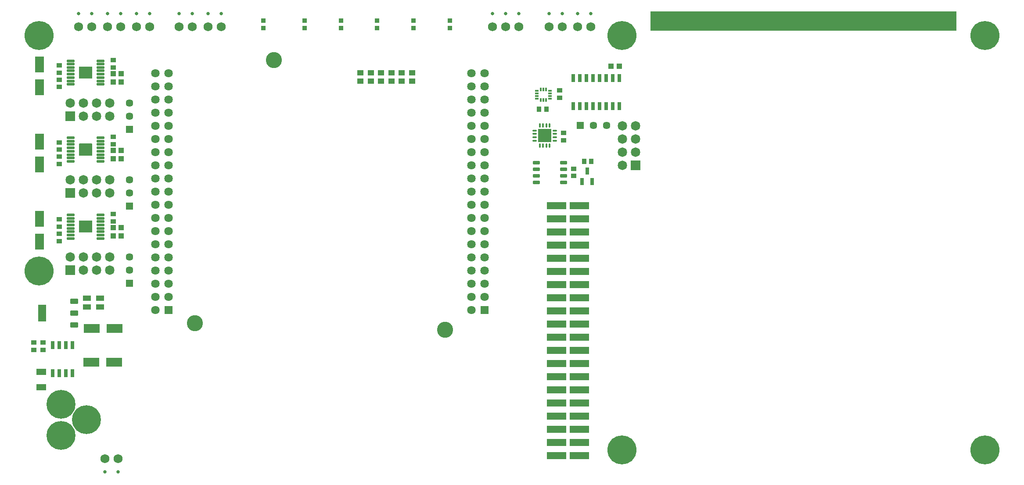
<source format=gts>
%FSTAX23Y23*%
%MOIN*%
%SFA1B1*%

%IPPOS*%
%AMD24*
4,1,8,-0.027600,-0.008900,0.027600,-0.008900,0.029500,-0.006900,0.029500,0.006900,0.027600,0.008900,-0.027600,0.008900,-0.029500,0.006900,-0.029500,-0.006900,-0.027600,-0.008900,0.0*
1,1,0.003900,-0.027600,-0.006900*
1,1,0.003900,0.027600,-0.006900*
1,1,0.003900,0.027600,0.006900*
1,1,0.003900,-0.027600,0.006900*
%
%AMD32*
4,1,8,0.009800,0.030500,-0.009800,0.030500,-0.013800,0.026500,-0.013800,-0.026500,-0.009800,-0.030500,0.009800,-0.030500,0.013800,-0.026500,0.013800,0.026500,0.009800,0.030500,0.0*
1,1,0.007960,0.009800,0.026500*
1,1,0.007960,-0.009800,0.026500*
1,1,0.007960,-0.009800,-0.026500*
1,1,0.007960,0.009800,-0.026500*
%
%AMD36*
4,1,8,-0.026600,0.008900,-0.026600,-0.008900,-0.022700,-0.012800,0.022700,-0.012800,0.026600,-0.008900,0.026600,0.008900,0.022700,0.012800,-0.022700,0.012800,-0.026600,0.008900,0.0*
1,1,0.007840,-0.022700,0.008900*
1,1,0.007840,-0.022700,-0.008900*
1,1,0.007840,0.022700,-0.008900*
1,1,0.007840,0.022700,0.008900*
%
%AMD38*
4,1,8,0.030500,-0.060000,0.030500,0.060000,0.026500,0.064000,-0.026500,0.064000,-0.030500,0.060000,-0.030500,-0.060000,-0.026500,-0.064000,0.026500,-0.064000,0.030500,-0.060000,0.0*
1,1,0.007940,0.026500,-0.060000*
1,1,0.007940,0.026500,0.060000*
1,1,0.007940,-0.026500,0.060000*
1,1,0.007940,-0.026500,-0.060000*
%
%AMD39*
4,1,8,0.030500,-0.015800,0.030500,0.015800,0.026600,0.019700,-0.026600,0.019700,-0.030500,0.015800,-0.030500,-0.015800,-0.026600,-0.019700,0.026600,-0.019700,0.030500,-0.015800,0.0*
1,1,0.007840,0.026600,-0.015800*
1,1,0.007840,0.026600,0.015800*
1,1,0.007840,-0.026600,0.015800*
1,1,0.007840,-0.026600,-0.015800*
%
%ADD20R,0.075590X0.050000*%
%ADD21R,0.043310X0.039370*%
%ADD22R,0.066930X0.122050*%
%ADD23R,0.040950X0.032680*%
G04~CAMADD=24~8~0.0~0.0~590.6~177.2~19.5~0.0~15~0.0~0.0~0.0~0.0~0~0.0~0.0~0.0~0.0~0~0.0~0.0~0.0~180.0~592.0~177.0*
%ADD24D24*%
%ADD25R,0.045280X0.039370*%
%ADD26R,0.035430X0.035430*%
%ADD27R,0.039370X0.043310*%
%ADD28R,0.148820X0.053940*%
%ADD29R,0.032680X0.040950*%
%ADD30R,0.030510X0.013780*%
%ADD31R,0.013780X0.030510*%
G04~CAMADD=32~8~0.0~0.0~275.6~610.2~39.8~0.0~15~0.0~0.0~0.0~0.0~0~0.0~0.0~0.0~0.0~0~0.0~0.0~0.0~0.0~275.6~610.2*
%ADD32D32*%
%ADD33O,0.031500X0.015750*%
%ADD34O,0.015750X0.031500*%
%ADD35R,0.098430X0.098430*%
G04~CAMADD=36~8~0.0~0.0~255.9~531.5~39.2~0.0~15~0.0~0.0~0.0~0.0~0~0.0~0.0~0.0~0.0~0~0.0~0.0~0.0~90.0~532.0~256.0*
%ADD36D36*%
%ADD37R,0.027560X0.053150*%
G04~CAMADD=38~8~0.0~0.0~1279.5~610.2~39.7~0.0~15~0.0~0.0~0.0~0.0~0~0.0~0.0~0.0~0.0~0~0.0~0.0~0.0~270.0~610.0~1279.0*
%ADD38D38*%
G04~CAMADD=39~8~0.0~0.0~393.7~610.2~39.2~0.0~15~0.0~0.0~0.0~0.0~0~0.0~0.0~0.0~0.0~0~0.0~0.0~0.0~270.0~611.0~394.0*
%ADD39D39*%
%ADD40R,0.031500X0.063980*%
%ADD41R,0.061810X0.042130*%
%ADD42R,0.122050X0.066930*%
%ADD43C,0.218900*%
%ADD44C,0.068900*%
%ADD45C,0.057090*%
%ADD46R,0.057090X0.057090*%
%ADD47C,0.071850*%
%ADD48R,0.071850X0.071850*%
%ADD49C,0.025590*%
%ADD50R,0.057090X0.057090*%
%ADD51R,0.071850X0.071850*%
%ADD52C,0.064170*%
%ADD53C,0.122050*%
%ADD54R,0.064170X0.064170*%
%ADD55C,0.220470*%
%LNrmx_explorer_board-1*%
%LPD*%
G36*
X07362Y03579D02*
X05039D01*
Y03724*
X07362*
Y03579*
G37*
G36*
X00795Y03306D02*
X00796Y03305D01*
X00796Y03305*
Y03304*
Y03217*
Y03217*
X00796Y03216*
X00795Y03216*
X00794Y03215*
X00701*
X007Y03216*
X00699Y03216*
X00699Y03217*
Y03217*
Y03304*
Y03305*
X00699Y03305*
X007Y03306*
X00701Y03306*
X00794*
X00795Y03306*
G37*
G36*
Y02721D02*
X00796Y0272D01*
X00796Y02719*
Y02719*
Y02632*
Y02632*
X00796Y02631*
X00795Y0263*
X00794Y0263*
X00701*
X007Y0263*
X00699Y02631*
X00699Y02632*
Y02632*
Y02719*
Y02719*
X00699Y0272*
X007Y02721*
X00701Y02721*
X00794*
X00795Y02721*
G37*
G36*
Y02135D02*
X00796Y02134D01*
X00796Y02133*
Y02133*
Y02046*
Y02046*
X00796Y02045*
X00795Y02044*
X00794Y02044*
X00701*
X007Y02044*
X00699Y02045*
X00699Y02046*
Y02046*
Y02133*
Y02133*
X00699Y02134*
X007Y02135*
X00701Y02135*
X00794*
X00795Y02135*
G37*
G54D20*
X00411Y00986D03*
Y0087D03*
G54D21*
X01019Y02082D03*
Y02019D03*
X00959Y02082D03*
Y02019D03*
Y0319D03*
Y03253D03*
Y02605D03*
Y02668D03*
X01018Y0319D03*
Y03253D03*
Y02605D03*
Y02668D03*
G54D22*
X00396Y0215D03*
Y01977D03*
Y03149D03*
Y03322D03*
Y02563D03*
Y02737D03*
G54D23*
X00549Y02036D03*
Y0198D03*
X00959Y02185D03*
Y02129D03*
X00549Y02144D03*
Y02088D03*
X04455Y02475D03*
Y0253D03*
X04346Y0307D03*
Y03126D03*
X04378Y02746D03*
Y02802D03*
X00549Y03259D03*
Y03315D03*
X00959Y033D03*
Y03356D03*
X00549Y03151D03*
Y03207D03*
Y02674D03*
Y0273D03*
X00959Y02715D03*
Y02771D03*
X00549Y02566D03*
Y02622D03*
X00354Y01153D03*
Y01209D03*
X00423Y01153D03*
Y01209D03*
G54D24*
X00862Y02179D03*
Y02153D03*
Y02128D03*
Y02102D03*
Y02077D03*
Y02051D03*
Y02025D03*
Y02D03*
X00633Y02153D03*
Y02128D03*
Y02179D03*
Y02102D03*
Y02077D03*
Y02025D03*
Y02D03*
Y02051D03*
Y03222D03*
Y03171D03*
Y03197D03*
Y03248D03*
Y03274D03*
Y0335D03*
Y03299D03*
Y03325D03*
X00862Y03171D03*
Y03197D03*
Y03222D03*
Y03248D03*
Y03274D03*
Y03299D03*
Y03325D03*
Y0335D03*
X00633Y02637D03*
Y02586D03*
Y02612D03*
Y02663D03*
Y02688D03*
Y02765D03*
Y02714D03*
Y0274D03*
X00862Y02586D03*
Y02612D03*
Y02637D03*
Y02663D03*
Y02688D03*
Y02714D03*
Y0274D03*
Y02765D03*
G54D25*
X03228Y03196D03*
Y03259D03*
X03149Y03196D03*
Y03259D03*
X0307Y03196D03*
Y03259D03*
X02992Y03196D03*
Y03259D03*
X02913Y03196D03*
Y03259D03*
X02834Y03196D03*
Y03259D03*
G54D26*
X03513Y03598D03*
Y03657D03*
X03238Y03598D03*
Y03657D03*
X02962Y03598D03*
Y03657D03*
X02687Y03598D03*
Y03657D03*
X02411Y03598D03*
Y03657D03*
X02096Y03598D03*
Y03657D03*
G54D27*
X04802Y03308D03*
X04739D03*
G54D28*
X04325Y00549D03*
Y00349D03*
Y00449D03*
Y00649D03*
Y00949D03*
Y00749D03*
Y00849D03*
Y01049D03*
Y01349D03*
Y01149D03*
Y01249D03*
Y01649D03*
Y01449D03*
Y01549D03*
Y01949D03*
Y01749D03*
Y01849D03*
Y02249D03*
Y02049D03*
Y02149D03*
X04499Y00349D03*
Y00449D03*
Y00549D03*
Y00849D03*
Y00649D03*
Y00749D03*
Y00949D03*
Y01049D03*
Y01149D03*
Y02149D03*
Y01949D03*
Y02049D03*
Y02249D03*
Y01449D03*
Y01249D03*
Y01349D03*
Y01749D03*
Y01849D03*
Y01549D03*
Y01649D03*
G54D29*
X04248Y02982D03*
X04192D03*
X04534Y02585D03*
X04589D03*
G54D30*
X04175Y03102D03*
Y03122D03*
Y03082D03*
Y03062D03*
X04275Y03122D03*
Y03102D03*
Y03082D03*
Y03062D03*
G54D31*
X04205Y03132D03*
X04225D03*
X04245D03*
X04205Y03052D03*
X04225D03*
X04245D03*
G54D32*
X0445Y03004D03*
X045D03*
X0455D03*
X0445Y03219D03*
X045D03*
X0455D03*
X046D03*
Y03004D03*
X0465D03*
X047D03*
X0475D03*
X048D03*
X0465Y03219D03*
X047D03*
X0475D03*
X048D03*
G54D33*
X04311Y02742D03*
Y02768D03*
Y02794D03*
Y02819D03*
X04157D03*
Y02794D03*
Y02768D03*
Y02742D03*
G54D34*
X04272Y02858D03*
X04247D03*
X04221D03*
X04196D03*
Y02704D03*
X04221D03*
X04247D03*
X04272D03*
G54D35*
X04234Y02781D03*
G54D36*
X0417Y02427D03*
Y02527D03*
Y02577D03*
Y02477D03*
X04376D03*
Y02427D03*
Y02577D03*
Y02527D03*
G54D37*
X04519Y02431D03*
X04594D03*
X04557Y02513D03*
G54D38*
X00418Y01433D03*
G54D39*
X0066Y01342D03*
Y01523D03*
Y01433D03*
G54D40*
X00599Y00975D03*
X00499D03*
X00549D03*
X00649D03*
X00599Y01189D03*
X00499D03*
X00549D03*
X00649D03*
G54D41*
X00856Y01479D03*
Y01545D03*
X00757Y01479D03*
Y01545D03*
G54D42*
X00968Y01314D03*
X00795D03*
X00791Y01059D03*
X00964D03*
G54D43*
X00561Y00738D03*
Y00501D03*
X00753Y00622D03*
G54D44*
X00994Y00326D03*
X03839Y03608D03*
X03939D03*
X04039D03*
X01678D03*
X01778D03*
X01459D03*
X01559D03*
X04266D03*
X04366D03*
X04485D03*
X04585D03*
X01133D03*
X01233D03*
X00914D03*
X01014D03*
X00695D03*
X00795D03*
X00894Y00326D03*
G54D45*
X01082Y01859D03*
Y01759D03*
Y0303D03*
Y0293D03*
Y02445D03*
Y02345D03*
X04603Y02858D03*
X04703D03*
G54D46*
X01082Y01659D03*
Y0283D03*
Y02245D03*
G54D47*
X0093Y01859D03*
Y01759D03*
X0073Y01859D03*
X0063D03*
X0083D03*
X0073Y01759D03*
X0083D03*
X04825Y02855D03*
Y02555D03*
Y02655D03*
Y02755D03*
X04925Y02855D03*
Y02755D03*
Y02655D03*
X0093Y0293D03*
X0073D03*
X0083D03*
X0063Y0303D03*
X0073D03*
X0083D03*
X0093D03*
X0083Y02345D03*
X0073D03*
X0083Y02445D03*
X0063D03*
X0073D03*
X0093Y02345D03*
Y02445D03*
G54D48*
X0063Y01759D03*
Y0293D03*
Y02345D03*
G54D49*
X03839Y03708D03*
X04039D03*
X03939D03*
X01678D03*
X01778D03*
X01459D03*
X01559D03*
X04266D03*
X04366D03*
X04485D03*
X04585D03*
X01133D03*
X01233D03*
X00914D03*
X01014D03*
X00695D03*
X00795D03*
X00994Y00226D03*
X00894D03*
G54D50*
X04503Y02858D03*
G54D51*
X04925Y02555D03*
G54D52*
X03779Y03256D03*
Y02556D03*
Y02656D03*
Y02356D03*
Y02456D03*
Y03056D03*
Y03156D03*
Y02756D03*
Y02956D03*
X03679Y03156D03*
Y03256D03*
Y02956D03*
Y03056D03*
X03779Y02856D03*
X03679D03*
Y02656D03*
Y02756D03*
Y02456D03*
Y02556D03*
X03779Y01856D03*
Y02056D03*
Y01656D03*
Y01756D03*
Y01556D03*
X03679Y02356D03*
X03779Y02256D03*
X03679D03*
X03779Y01956D03*
Y02156D03*
X03679Y02056D03*
Y02156D03*
Y01856D03*
Y01956D03*
Y01756D03*
Y01556D03*
Y01656D03*
Y01456D03*
X01379Y03256D03*
Y02556D03*
Y02656D03*
Y02256D03*
Y02456D03*
Y03056D03*
Y03156D03*
Y02856D03*
Y02956D03*
X01279Y03056D03*
Y02956D03*
Y03156D03*
Y02756D03*
Y02856D03*
Y03256D03*
X01379Y02756D03*
X01279Y02656D03*
X01379Y02356D03*
X01279Y02556D03*
Y02356D03*
Y02456D03*
Y02156D03*
Y02256D03*
X01379Y02056D03*
Y01656D03*
Y02156D03*
Y01756D03*
Y01956D03*
Y01556D03*
X01279Y01956D03*
X01379Y01856D03*
X01279Y02056D03*
Y01856D03*
Y01656D03*
Y01756D03*
Y01556D03*
Y01456D03*
G54D53*
X02179Y03356D03*
X03479Y01306D03*
X01579Y01356D03*
G54D54*
X03779Y01456D03*
X01379D03*
G54D55*
X04822Y03543D03*
X00393D03*
Y01751D03*
X04822Y00393D03*
X07578D03*
Y03543D03*
M02*
</source>
